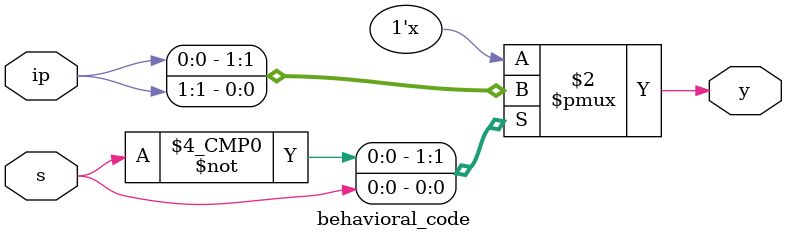
<source format=v>
`timescale 1ns / 1ps


module behavioral_code(ip,s,y);
input [1:0]ip;
input s;
output reg y;

always @(*) begin
    case (s)
        1'b0 : y = ip[0];
        1'b1 : y = ip[1];
        default : y = 1'bx;
    endcase 
end

endmodule

</source>
